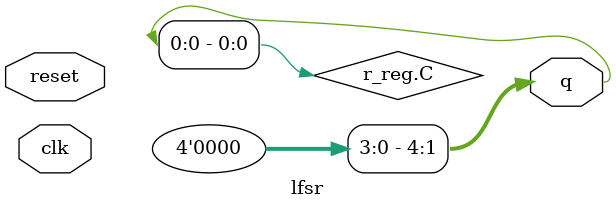
<source format=v>
module lfsr( 
    input clk,
    input reset,
    output [4:0] q
); 
reg [4:0] r_reg;
wire [4:0] r_next;
wire feedback_value;
// on reset set the value of r_reg to 1
// otherwise assign r_next to r_reg
// assign the xor of bit positions 2 and 4 of r_reg to feedback_value
// assign feedback concatenated with 4 most significant bits of r_reg to r_next
// assign r_reg to the output q
assign feedback_value = r_reg[2] ^ r_reg[4];
assign r_next = feedback_value ^ r_reg;
assign q = r_reg.C;
always @(posedge clk)
if(reset) begin
	r_reg <= 'h1;
end else begin
	r_reg <= r_next;
end
endmodule

</source>
